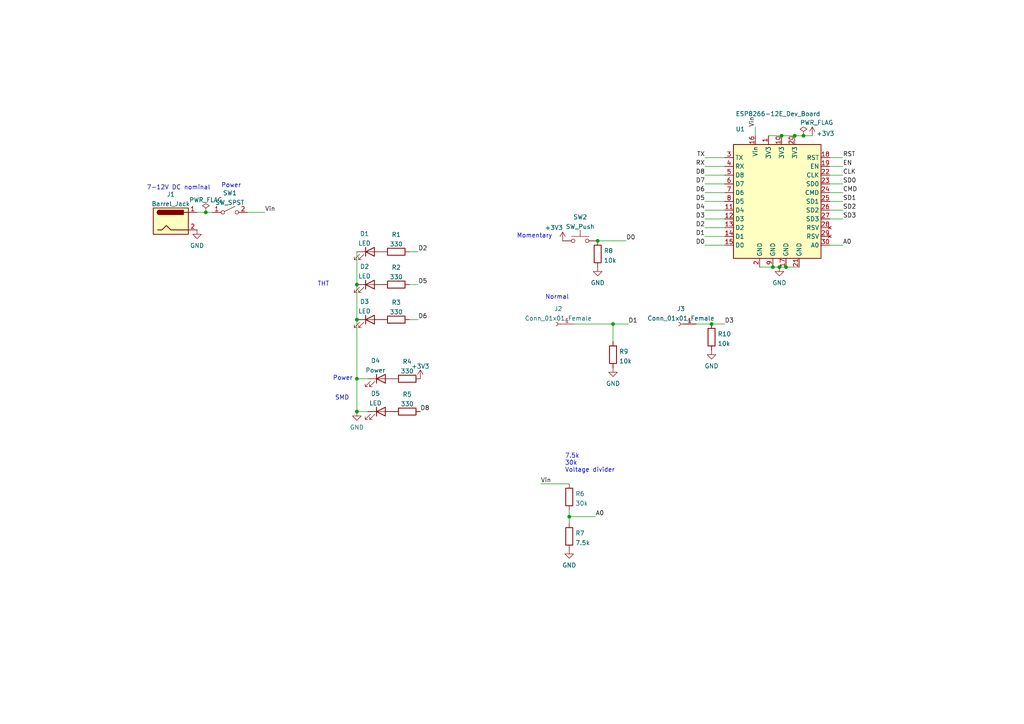
<source format=kicad_sch>
(kicad_sch (version 20211123) (generator eeschema)

  (uuid f80464a3-59a9-4f05-a1be-3468fc2680ac)

  (paper "A4")

  (lib_symbols
    (symbol "Connector:Barrel_Jack" (pin_names (offset 1.016)) (in_bom yes) (on_board yes)
      (property "Reference" "J" (id 0) (at 0 5.334 0)
        (effects (font (size 1.27 1.27)))
      )
      (property "Value" "Barrel_Jack" (id 1) (at 0 -5.08 0)
        (effects (font (size 1.27 1.27)))
      )
      (property "Footprint" "" (id 2) (at 1.27 -1.016 0)
        (effects (font (size 1.27 1.27)) hide)
      )
      (property "Datasheet" "~" (id 3) (at 1.27 -1.016 0)
        (effects (font (size 1.27 1.27)) hide)
      )
      (property "ki_keywords" "DC power barrel jack connector" (id 4) (at 0 0 0)
        (effects (font (size 1.27 1.27)) hide)
      )
      (property "ki_description" "DC Barrel Jack" (id 5) (at 0 0 0)
        (effects (font (size 1.27 1.27)) hide)
      )
      (property "ki_fp_filters" "BarrelJack*" (id 6) (at 0 0 0)
        (effects (font (size 1.27 1.27)) hide)
      )
      (symbol "Barrel_Jack_0_1"
        (rectangle (start -5.08 3.81) (end 5.08 -3.81)
          (stroke (width 0.254) (type default) (color 0 0 0 0))
          (fill (type background))
        )
        (arc (start -3.302 3.175) (mid -3.937 2.54) (end -3.302 1.905)
          (stroke (width 0.254) (type default) (color 0 0 0 0))
          (fill (type none))
        )
        (arc (start -3.302 3.175) (mid -3.937 2.54) (end -3.302 1.905)
          (stroke (width 0.254) (type default) (color 0 0 0 0))
          (fill (type outline))
        )
        (polyline
          (pts
            (xy 5.08 2.54)
            (xy 3.81 2.54)
          )
          (stroke (width 0.254) (type default) (color 0 0 0 0))
          (fill (type none))
        )
        (polyline
          (pts
            (xy -3.81 -2.54)
            (xy -2.54 -2.54)
            (xy -1.27 -1.27)
            (xy 0 -2.54)
            (xy 2.54 -2.54)
            (xy 5.08 -2.54)
          )
          (stroke (width 0.254) (type default) (color 0 0 0 0))
          (fill (type none))
        )
        (rectangle (start 3.683 3.175) (end -3.302 1.905)
          (stroke (width 0.254) (type default) (color 0 0 0 0))
          (fill (type outline))
        )
      )
      (symbol "Barrel_Jack_1_1"
        (pin passive line (at 7.62 2.54 180) (length 2.54)
          (name "~" (effects (font (size 1.27 1.27))))
          (number "1" (effects (font (size 1.27 1.27))))
        )
        (pin passive line (at 7.62 -2.54 180) (length 2.54)
          (name "~" (effects (font (size 1.27 1.27))))
          (number "2" (effects (font (size 1.27 1.27))))
        )
      )
    )
    (symbol "Connector:Conn_01x01_Female" (pin_names (offset 1.016) hide) (in_bom yes) (on_board yes)
      (property "Reference" "J" (id 0) (at 0 2.54 0)
        (effects (font (size 1.27 1.27)))
      )
      (property "Value" "Conn_01x01_Female" (id 1) (at 0 -2.54 0)
        (effects (font (size 1.27 1.27)))
      )
      (property "Footprint" "" (id 2) (at 0 0 0)
        (effects (font (size 1.27 1.27)) hide)
      )
      (property "Datasheet" "~" (id 3) (at 0 0 0)
        (effects (font (size 1.27 1.27)) hide)
      )
      (property "ki_keywords" "connector" (id 4) (at 0 0 0)
        (effects (font (size 1.27 1.27)) hide)
      )
      (property "ki_description" "Generic connector, single row, 01x01, script generated (kicad-library-utils/schlib/autogen/connector/)" (id 5) (at 0 0 0)
        (effects (font (size 1.27 1.27)) hide)
      )
      (property "ki_fp_filters" "Connector*:*" (id 6) (at 0 0 0)
        (effects (font (size 1.27 1.27)) hide)
      )
      (symbol "Conn_01x01_Female_1_1"
        (polyline
          (pts
            (xy -1.27 0)
            (xy -0.508 0)
          )
          (stroke (width 0.1524) (type default) (color 0 0 0 0))
          (fill (type none))
        )
        (arc (start 0 0.508) (mid -0.508 0) (end 0 -0.508)
          (stroke (width 0.1524) (type default) (color 0 0 0 0))
          (fill (type none))
        )
        (pin passive line (at -5.08 0 0) (length 3.81)
          (name "Pin_1" (effects (font (size 1.27 1.27))))
          (number "1" (effects (font (size 1.27 1.27))))
        )
      )
    )
    (symbol "Device:LED" (pin_numbers hide) (pin_names (offset 1.016) hide) (in_bom yes) (on_board yes)
      (property "Reference" "D" (id 0) (at 0 2.54 0)
        (effects (font (size 1.27 1.27)))
      )
      (property "Value" "LED" (id 1) (at 0 -2.54 0)
        (effects (font (size 1.27 1.27)))
      )
      (property "Footprint" "" (id 2) (at 0 0 0)
        (effects (font (size 1.27 1.27)) hide)
      )
      (property "Datasheet" "~" (id 3) (at 0 0 0)
        (effects (font (size 1.27 1.27)) hide)
      )
      (property "ki_keywords" "LED diode" (id 4) (at 0 0 0)
        (effects (font (size 1.27 1.27)) hide)
      )
      (property "ki_description" "Light emitting diode" (id 5) (at 0 0 0)
        (effects (font (size 1.27 1.27)) hide)
      )
      (property "ki_fp_filters" "LED* LED_SMD:* LED_THT:*" (id 6) (at 0 0 0)
        (effects (font (size 1.27 1.27)) hide)
      )
      (symbol "LED_0_1"
        (polyline
          (pts
            (xy -1.27 -1.27)
            (xy -1.27 1.27)
          )
          (stroke (width 0.254) (type default) (color 0 0 0 0))
          (fill (type none))
        )
        (polyline
          (pts
            (xy -1.27 0)
            (xy 1.27 0)
          )
          (stroke (width 0) (type default) (color 0 0 0 0))
          (fill (type none))
        )
        (polyline
          (pts
            (xy 1.27 -1.27)
            (xy 1.27 1.27)
            (xy -1.27 0)
            (xy 1.27 -1.27)
          )
          (stroke (width 0.254) (type default) (color 0 0 0 0))
          (fill (type none))
        )
        (polyline
          (pts
            (xy -3.048 -0.762)
            (xy -4.572 -2.286)
            (xy -3.81 -2.286)
            (xy -4.572 -2.286)
            (xy -4.572 -1.524)
          )
          (stroke (width 0) (type default) (color 0 0 0 0))
          (fill (type none))
        )
        (polyline
          (pts
            (xy -1.778 -0.762)
            (xy -3.302 -2.286)
            (xy -2.54 -2.286)
            (xy -3.302 -2.286)
            (xy -3.302 -1.524)
          )
          (stroke (width 0) (type default) (color 0 0 0 0))
          (fill (type none))
        )
      )
      (symbol "LED_1_1"
        (pin passive line (at -3.81 0 0) (length 2.54)
          (name "K" (effects (font (size 1.27 1.27))))
          (number "1" (effects (font (size 1.27 1.27))))
        )
        (pin passive line (at 3.81 0 180) (length 2.54)
          (name "A" (effects (font (size 1.27 1.27))))
          (number "2" (effects (font (size 1.27 1.27))))
        )
      )
    )
    (symbol "Device:R" (pin_numbers hide) (pin_names (offset 0)) (in_bom yes) (on_board yes)
      (property "Reference" "R" (id 0) (at 2.032 0 90)
        (effects (font (size 1.27 1.27)))
      )
      (property "Value" "R" (id 1) (at 0 0 90)
        (effects (font (size 1.27 1.27)))
      )
      (property "Footprint" "" (id 2) (at -1.778 0 90)
        (effects (font (size 1.27 1.27)) hide)
      )
      (property "Datasheet" "~" (id 3) (at 0 0 0)
        (effects (font (size 1.27 1.27)) hide)
      )
      (property "ki_keywords" "R res resistor" (id 4) (at 0 0 0)
        (effects (font (size 1.27 1.27)) hide)
      )
      (property "ki_description" "Resistor" (id 5) (at 0 0 0)
        (effects (font (size 1.27 1.27)) hide)
      )
      (property "ki_fp_filters" "R_*" (id 6) (at 0 0 0)
        (effects (font (size 1.27 1.27)) hide)
      )
      (symbol "R_0_1"
        (rectangle (start -1.016 -2.54) (end 1.016 2.54)
          (stroke (width 0.254) (type default) (color 0 0 0 0))
          (fill (type none))
        )
      )
      (symbol "R_1_1"
        (pin passive line (at 0 3.81 270) (length 1.27)
          (name "~" (effects (font (size 1.27 1.27))))
          (number "1" (effects (font (size 1.27 1.27))))
        )
        (pin passive line (at 0 -3.81 90) (length 1.27)
          (name "~" (effects (font (size 1.27 1.27))))
          (number "2" (effects (font (size 1.27 1.27))))
        )
      )
    )
    (symbol "ESP8266_12E:ESP8266-12E_Dev_Board" (in_bom yes) (on_board yes)
      (property "Reference" "U" (id 0) (at 0 0 0)
        (effects (font (size 1.27 1.27)))
      )
      (property "Value" "ESP8266-12E_Dev_Board" (id 1) (at 0 0 0)
        (effects (font (size 1.27 1.27)))
      )
      (property "Footprint" "" (id 2) (at 0 0 0)
        (effects (font (size 1.27 1.27)) hide)
      )
      (property "Datasheet" "" (id 3) (at 0 0 0)
        (effects (font (size 1.27 1.27)) hide)
      )
      (symbol "ESP8266-12E_Dev_Board_0_1"
        (rectangle (start -12.7 -13.97) (end 12.7 -46.99)
          (stroke (width 0.254) (type default) (color 0 0 0 0))
          (fill (type background))
        )
      )
      (symbol "ESP8266-12E_Dev_Board_1_1"
        (pin power_in line (at -2.54 -11.43 270) (length 2.54)
          (name "3V3" (effects (font (size 1.27 1.27))))
          (number "1" (effects (font (size 1.27 1.27))))
        )
        (pin power_in line (at 1.27 -11.43 270) (length 2.54)
          (name "3V3" (effects (font (size 1.27 1.27))))
          (number "10" (effects (font (size 1.27 1.27))))
        )
        (pin bidirectional line (at -15.24 -33.02 0) (length 2.54)
          (name "D4" (effects (font (size 1.27 1.27))))
          (number "11" (effects (font (size 1.27 1.27))))
        )
        (pin bidirectional line (at -15.24 -35.56 0) (length 2.54)
          (name "D3" (effects (font (size 1.27 1.27))))
          (number "12" (effects (font (size 1.27 1.27))))
        )
        (pin bidirectional line (at -15.24 -38.1 0) (length 2.54)
          (name "D2" (effects (font (size 1.27 1.27))))
          (number "13" (effects (font (size 1.27 1.27))))
        )
        (pin bidirectional line (at -15.24 -40.64 0) (length 2.54)
          (name "D1" (effects (font (size 1.27 1.27))))
          (number "14" (effects (font (size 1.27 1.27))))
        )
        (pin bidirectional line (at -15.24 -43.18 0) (length 2.54)
          (name "D0" (effects (font (size 1.27 1.27))))
          (number "15" (effects (font (size 1.27 1.27))))
        )
        (pin power_in line (at -6.35 -11.43 270) (length 2.54)
          (name "Vin" (effects (font (size 1.27 1.27))))
          (number "16" (effects (font (size 1.27 1.27))))
        )
        (pin power_in line (at 2.54 -49.53 90) (length 2.54)
          (name "GND" (effects (font (size 1.27 1.27))))
          (number "17" (effects (font (size 1.27 1.27))))
        )
        (pin input line (at 15.24 -17.78 180) (length 2.54)
          (name "RST" (effects (font (size 1.27 1.27))))
          (number "18" (effects (font (size 1.27 1.27))))
        )
        (pin input line (at 15.24 -20.32 180) (length 2.54)
          (name "EN" (effects (font (size 1.27 1.27))))
          (number "19" (effects (font (size 1.27 1.27))))
        )
        (pin power_in line (at -5.08 -49.53 90) (length 2.54)
          (name "GND" (effects (font (size 1.27 1.27))))
          (number "2" (effects (font (size 1.27 1.27))))
        )
        (pin power_in line (at 5.08 -11.43 270) (length 2.54)
          (name "3V3" (effects (font (size 1.27 1.27))))
          (number "20" (effects (font (size 1.27 1.27))))
        )
        (pin power_in line (at 6.35 -49.53 90) (length 2.54)
          (name "GND" (effects (font (size 1.27 1.27))))
          (number "21" (effects (font (size 1.27 1.27))))
        )
        (pin bidirectional line (at 15.24 -22.86 180) (length 2.54)
          (name "CLK" (effects (font (size 1.27 1.27))))
          (number "22" (effects (font (size 1.27 1.27))))
        )
        (pin bidirectional line (at 15.24 -25.4 180) (length 2.54)
          (name "SD0" (effects (font (size 1.27 1.27))))
          (number "23" (effects (font (size 1.27 1.27))))
        )
        (pin input line (at 15.24 -27.94 180) (length 2.54)
          (name "CMD" (effects (font (size 1.27 1.27))))
          (number "24" (effects (font (size 1.27 1.27))))
        )
        (pin bidirectional line (at 15.24 -30.48 180) (length 2.54)
          (name "SD1" (effects (font (size 1.27 1.27))))
          (number "25" (effects (font (size 1.27 1.27))))
        )
        (pin bidirectional line (at 15.24 -33.02 180) (length 2.54)
          (name "SD2" (effects (font (size 1.27 1.27))))
          (number "26" (effects (font (size 1.27 1.27))))
        )
        (pin bidirectional line (at 15.24 -35.56 180) (length 2.54)
          (name "SD3" (effects (font (size 1.27 1.27))))
          (number "27" (effects (font (size 1.27 1.27))))
        )
        (pin no_connect line (at 15.24 -38.1 180) (length 2.54)
          (name "RSV" (effects (font (size 1.27 1.27))))
          (number "28" (effects (font (size 1.27 1.27))))
        )
        (pin no_connect line (at 15.24 -40.64 180) (length 2.54)
          (name "RSV" (effects (font (size 1.27 1.27))))
          (number "29" (effects (font (size 1.27 1.27))))
        )
        (pin bidirectional line (at -15.24 -17.78 0) (length 2.54)
          (name "TX" (effects (font (size 1.27 1.27))))
          (number "3" (effects (font (size 1.27 1.27))))
        )
        (pin input line (at 15.24 -43.18 180) (length 2.54)
          (name "A0" (effects (font (size 1.27 1.27))))
          (number "30" (effects (font (size 1.27 1.27))))
        )
        (pin bidirectional line (at -15.24 -20.32 0) (length 2.54)
          (name "RX" (effects (font (size 1.27 1.27))))
          (number "4" (effects (font (size 1.27 1.27))))
        )
        (pin bidirectional line (at -15.24 -22.86 0) (length 2.54)
          (name "D8" (effects (font (size 1.27 1.27))))
          (number "5" (effects (font (size 1.27 1.27))))
        )
        (pin bidirectional line (at -15.24 -25.4 0) (length 2.54)
          (name "D7" (effects (font (size 1.27 1.27))))
          (number "6" (effects (font (size 1.27 1.27))))
        )
        (pin bidirectional line (at -15.24 -27.94 0) (length 2.54)
          (name "D6" (effects (font (size 1.27 1.27))))
          (number "7" (effects (font (size 1.27 1.27))))
        )
        (pin bidirectional line (at -15.24 -30.48 0) (length 2.54)
          (name "D5" (effects (font (size 1.27 1.27))))
          (number "8" (effects (font (size 1.27 1.27))))
        )
        (pin power_in line (at -1.27 -49.53 90) (length 2.54)
          (name "GND" (effects (font (size 1.27 1.27))))
          (number "9" (effects (font (size 1.27 1.27))))
        )
      )
    )
    (symbol "Switch:SW_Push" (pin_numbers hide) (pin_names (offset 1.016) hide) (in_bom yes) (on_board yes)
      (property "Reference" "SW" (id 0) (at 1.27 2.54 0)
        (effects (font (size 1.27 1.27)) (justify left))
      )
      (property "Value" "SW_Push" (id 1) (at 0 -1.524 0)
        (effects (font (size 1.27 1.27)))
      )
      (property "Footprint" "" (id 2) (at 0 5.08 0)
        (effects (font (size 1.27 1.27)) hide)
      )
      (property "Datasheet" "~" (id 3) (at 0 5.08 0)
        (effects (font (size 1.27 1.27)) hide)
      )
      (property "ki_keywords" "switch normally-open pushbutton push-button" (id 4) (at 0 0 0)
        (effects (font (size 1.27 1.27)) hide)
      )
      (property "ki_description" "Push button switch, generic, two pins" (id 5) (at 0 0 0)
        (effects (font (size 1.27 1.27)) hide)
      )
      (symbol "SW_Push_0_1"
        (circle (center -2.032 0) (radius 0.508)
          (stroke (width 0) (type default) (color 0 0 0 0))
          (fill (type none))
        )
        (polyline
          (pts
            (xy 0 1.27)
            (xy 0 3.048)
          )
          (stroke (width 0) (type default) (color 0 0 0 0))
          (fill (type none))
        )
        (polyline
          (pts
            (xy 2.54 1.27)
            (xy -2.54 1.27)
          )
          (stroke (width 0) (type default) (color 0 0 0 0))
          (fill (type none))
        )
        (circle (center 2.032 0) (radius 0.508)
          (stroke (width 0) (type default) (color 0 0 0 0))
          (fill (type none))
        )
        (pin passive line (at -5.08 0 0) (length 2.54)
          (name "1" (effects (font (size 1.27 1.27))))
          (number "1" (effects (font (size 1.27 1.27))))
        )
        (pin passive line (at 5.08 0 180) (length 2.54)
          (name "2" (effects (font (size 1.27 1.27))))
          (number "2" (effects (font (size 1.27 1.27))))
        )
      )
    )
    (symbol "Switch:SW_SPST" (pin_names (offset 0) hide) (in_bom yes) (on_board yes)
      (property "Reference" "SW" (id 0) (at 0 3.175 0)
        (effects (font (size 1.27 1.27)))
      )
      (property "Value" "SW_SPST" (id 1) (at 0 -2.54 0)
        (effects (font (size 1.27 1.27)))
      )
      (property "Footprint" "" (id 2) (at 0 0 0)
        (effects (font (size 1.27 1.27)) hide)
      )
      (property "Datasheet" "~" (id 3) (at 0 0 0)
        (effects (font (size 1.27 1.27)) hide)
      )
      (property "ki_keywords" "switch lever" (id 4) (at 0 0 0)
        (effects (font (size 1.27 1.27)) hide)
      )
      (property "ki_description" "Single Pole Single Throw (SPST) switch" (id 5) (at 0 0 0)
        (effects (font (size 1.27 1.27)) hide)
      )
      (symbol "SW_SPST_0_0"
        (circle (center -2.032 0) (radius 0.508)
          (stroke (width 0) (type default) (color 0 0 0 0))
          (fill (type none))
        )
        (polyline
          (pts
            (xy -1.524 0.254)
            (xy 1.524 1.778)
          )
          (stroke (width 0) (type default) (color 0 0 0 0))
          (fill (type none))
        )
        (circle (center 2.032 0) (radius 0.508)
          (stroke (width 0) (type default) (color 0 0 0 0))
          (fill (type none))
        )
      )
      (symbol "SW_SPST_1_1"
        (pin passive line (at -5.08 0 0) (length 2.54)
          (name "A" (effects (font (size 1.27 1.27))))
          (number "1" (effects (font (size 1.27 1.27))))
        )
        (pin passive line (at 5.08 0 180) (length 2.54)
          (name "B" (effects (font (size 1.27 1.27))))
          (number "2" (effects (font (size 1.27 1.27))))
        )
      )
    )
    (symbol "power:+3.3V" (power) (pin_names (offset 0)) (in_bom yes) (on_board yes)
      (property "Reference" "#PWR" (id 0) (at 0 -3.81 0)
        (effects (font (size 1.27 1.27)) hide)
      )
      (property "Value" "+3.3V" (id 1) (at 0 3.556 0)
        (effects (font (size 1.27 1.27)))
      )
      (property "Footprint" "" (id 2) (at 0 0 0)
        (effects (font (size 1.27 1.27)) hide)
      )
      (property "Datasheet" "" (id 3) (at 0 0 0)
        (effects (font (size 1.27 1.27)) hide)
      )
      (property "ki_keywords" "power-flag" (id 4) (at 0 0 0)
        (effects (font (size 1.27 1.27)) hide)
      )
      (property "ki_description" "Power symbol creates a global label with name \"+3.3V\"" (id 5) (at 0 0 0)
        (effects (font (size 1.27 1.27)) hide)
      )
      (symbol "+3.3V_0_1"
        (polyline
          (pts
            (xy -0.762 1.27)
            (xy 0 2.54)
          )
          (stroke (width 0) (type default) (color 0 0 0 0))
          (fill (type none))
        )
        (polyline
          (pts
            (xy 0 0)
            (xy 0 2.54)
          )
          (stroke (width 0) (type default) (color 0 0 0 0))
          (fill (type none))
        )
        (polyline
          (pts
            (xy 0 2.54)
            (xy 0.762 1.27)
          )
          (stroke (width 0) (type default) (color 0 0 0 0))
          (fill (type none))
        )
      )
      (symbol "+3.3V_1_1"
        (pin power_in line (at 0 0 90) (length 0) hide
          (name "+3V3" (effects (font (size 1.27 1.27))))
          (number "1" (effects (font (size 1.27 1.27))))
        )
      )
    )
    (symbol "power:GND" (power) (pin_names (offset 0)) (in_bom yes) (on_board yes)
      (property "Reference" "#PWR" (id 0) (at 0 -6.35 0)
        (effects (font (size 1.27 1.27)) hide)
      )
      (property "Value" "GND" (id 1) (at 0 -3.81 0)
        (effects (font (size 1.27 1.27)))
      )
      (property "Footprint" "" (id 2) (at 0 0 0)
        (effects (font (size 1.27 1.27)) hide)
      )
      (property "Datasheet" "" (id 3) (at 0 0 0)
        (effects (font (size 1.27 1.27)) hide)
      )
      (property "ki_keywords" "power-flag" (id 4) (at 0 0 0)
        (effects (font (size 1.27 1.27)) hide)
      )
      (property "ki_description" "Power symbol creates a global label with name \"GND\" , ground" (id 5) (at 0 0 0)
        (effects (font (size 1.27 1.27)) hide)
      )
      (symbol "GND_0_1"
        (polyline
          (pts
            (xy 0 0)
            (xy 0 -1.27)
            (xy 1.27 -1.27)
            (xy 0 -2.54)
            (xy -1.27 -1.27)
            (xy 0 -1.27)
          )
          (stroke (width 0) (type default) (color 0 0 0 0))
          (fill (type none))
        )
      )
      (symbol "GND_1_1"
        (pin power_in line (at 0 0 270) (length 0) hide
          (name "GND" (effects (font (size 1.27 1.27))))
          (number "1" (effects (font (size 1.27 1.27))))
        )
      )
    )
    (symbol "power:PWR_FLAG" (power) (pin_numbers hide) (pin_names (offset 0) hide) (in_bom yes) (on_board yes)
      (property "Reference" "#FLG" (id 0) (at 0 1.905 0)
        (effects (font (size 1.27 1.27)) hide)
      )
      (property "Value" "PWR_FLAG" (id 1) (at 0 3.81 0)
        (effects (font (size 1.27 1.27)))
      )
      (property "Footprint" "" (id 2) (at 0 0 0)
        (effects (font (size 1.27 1.27)) hide)
      )
      (property "Datasheet" "~" (id 3) (at 0 0 0)
        (effects (font (size 1.27 1.27)) hide)
      )
      (property "ki_keywords" "power-flag" (id 4) (at 0 0 0)
        (effects (font (size 1.27 1.27)) hide)
      )
      (property "ki_description" "Special symbol for telling ERC where power comes from" (id 5) (at 0 0 0)
        (effects (font (size 1.27 1.27)) hide)
      )
      (symbol "PWR_FLAG_0_0"
        (pin power_out line (at 0 0 90) (length 0)
          (name "pwr" (effects (font (size 1.27 1.27))))
          (number "1" (effects (font (size 1.27 1.27))))
        )
      )
      (symbol "PWR_FLAG_0_1"
        (polyline
          (pts
            (xy 0 0)
            (xy 0 1.27)
            (xy -1.016 1.905)
            (xy 0 2.54)
            (xy 1.016 1.905)
            (xy 0 1.27)
          )
          (stroke (width 0) (type default) (color 0 0 0 0))
          (fill (type none))
        )
      )
    )
  )

  (junction (at 103.505 119.38) (diameter 0) (color 0 0 0 0)
    (uuid 07b2169a-f9a4-4d32-ad18-bd2dc3145994)
  )
  (junction (at 227.965 77.47) (diameter 0) (color 0 0 0 0)
    (uuid 0aa58e2a-e99a-4120-bbca-fe22878c4857)
  )
  (junction (at 177.8 93.98) (diameter 0) (color 0 0 0 0)
    (uuid 0be1b438-bad2-491e-ab90-a0a2f0608394)
  )
  (junction (at 233.045 39.37) (diameter 0) (color 0 0 0 0)
    (uuid 1d0dd011-4999-4e10-bbcf-4ac5ec568d72)
  )
  (junction (at 173.355 69.85) (diameter 0) (color 0 0 0 0)
    (uuid 40b107c9-4e13-4bd0-829c-36f85428362b)
  )
  (junction (at 230.505 39.37) (diameter 0) (color 0 0 0 0)
    (uuid 42a00432-a0bb-41f0-8b71-e89ba6d69ba8)
  )
  (junction (at 103.505 109.855) (diameter 0) (color 0 0 0 0)
    (uuid 6d622e6b-08bf-4980-b159-8f1757f68aa3)
  )
  (junction (at 59.69 61.595) (diameter 0) (color 0 0 0 0)
    (uuid 71198682-e5e9-460e-9e80-e57edde27354)
  )
  (junction (at 226.06 77.47) (diameter 0) (color 0 0 0 0)
    (uuid 7c263cc1-d47a-469a-a83f-016e845f0e64)
  )
  (junction (at 103.505 92.71) (diameter 0) (color 0 0 0 0)
    (uuid 807cf31e-7987-491f-89ba-a3fdc4ff5200)
  )
  (junction (at 206.375 93.98) (diameter 0) (color 0 0 0 0)
    (uuid 9359c2bf-d035-490f-8d48-fbacf81d68b4)
  )
  (junction (at 224.155 77.47) (diameter 0) (color 0 0 0 0)
    (uuid c5b7ab50-64f5-4056-9a79-90d4a6226c83)
  )
  (junction (at 103.505 82.55) (diameter 0) (color 0 0 0 0)
    (uuid dbdbb5ed-4f9e-4135-b37f-a87b6e30ec3b)
  )
  (junction (at 165.1 149.86) (diameter 0) (color 0 0 0 0)
    (uuid f83246b1-e75d-4940-b4bd-625016bfb4a1)
  )
  (junction (at 226.695 39.37) (diameter 0) (color 0 0 0 0)
    (uuid fd816621-0924-4618-a3ba-afe32bb2627c)
  )

  (wire (pts (xy 204.47 58.42) (xy 210.185 58.42))
    (stroke (width 0) (type default) (color 0 0 0 0))
    (uuid 00f7886d-f68d-456e-bc2f-0af1cf1ad72d)
  )
  (wire (pts (xy 240.665 55.88) (xy 244.475 55.88))
    (stroke (width 0) (type default) (color 0 0 0 0))
    (uuid 04becdb0-54aa-4228-a8a5-c65699bea7c5)
  )
  (wire (pts (xy 204.47 71.12) (xy 210.185 71.12))
    (stroke (width 0) (type default) (color 0 0 0 0))
    (uuid 09830581-8155-471b-905e-fd6779b7e717)
  )
  (wire (pts (xy 165.1 149.86) (xy 172.72 149.86))
    (stroke (width 0) (type default) (color 0 0 0 0))
    (uuid 09a62f63-d599-4cf1-924e-2fef5474b281)
  )
  (wire (pts (xy 240.665 50.8) (xy 244.475 50.8))
    (stroke (width 0) (type default) (color 0 0 0 0))
    (uuid 0fc01474-3f68-4850-9717-316b71325414)
  )
  (wire (pts (xy 240.665 53.34) (xy 244.475 53.34))
    (stroke (width 0) (type default) (color 0 0 0 0))
    (uuid 10f7c188-3407-4b9e-ad61-4ba371b8d483)
  )
  (wire (pts (xy 204.47 68.58) (xy 210.185 68.58))
    (stroke (width 0) (type default) (color 0 0 0 0))
    (uuid 24264470-438c-4989-b7a2-f9d5ebe44797)
  )
  (wire (pts (xy 103.505 73.025) (xy 103.505 82.55))
    (stroke (width 0) (type default) (color 0 0 0 0))
    (uuid 24a23519-d4e9-4ebb-974b-d935a862e5a3)
  )
  (wire (pts (xy 204.47 53.34) (xy 210.185 53.34))
    (stroke (width 0) (type default) (color 0 0 0 0))
    (uuid 24d12721-9541-431c-b7db-cfd1b1ec8dfc)
  )
  (wire (pts (xy 240.665 63.5) (xy 244.475 63.5))
    (stroke (width 0) (type default) (color 0 0 0 0))
    (uuid 2c5e7ee2-2712-4183-b585-347498e97386)
  )
  (wire (pts (xy 204.47 66.04) (xy 210.185 66.04))
    (stroke (width 0) (type default) (color 0 0 0 0))
    (uuid 317aa8a9-7c6f-4550-9a87-8431aab443ab)
  )
  (wire (pts (xy 227.965 77.47) (xy 231.775 77.47))
    (stroke (width 0) (type default) (color 0 0 0 0))
    (uuid 3237d3ef-dd1c-4198-8475-a54ebf970540)
  )
  (wire (pts (xy 165.1 149.86) (xy 165.1 151.765))
    (stroke (width 0) (type default) (color 0 0 0 0))
    (uuid 41f7760b-d828-4783-a5b2-e27ca188b00e)
  )
  (wire (pts (xy 106.68 109.855) (xy 103.505 109.855))
    (stroke (width 0) (type default) (color 0 0 0 0))
    (uuid 42e68e90-0b90-431a-a78f-907aa60beacc)
  )
  (wire (pts (xy 204.47 50.8) (xy 210.185 50.8))
    (stroke (width 0) (type default) (color 0 0 0 0))
    (uuid 47a5cfbc-fd76-451e-b0f5-c030c262bf67)
  )
  (wire (pts (xy 57.15 61.595) (xy 59.69 61.595))
    (stroke (width 0) (type default) (color 0 0 0 0))
    (uuid 48e51868-fd20-4d1c-b67e-a8893c587944)
  )
  (wire (pts (xy 118.745 73.025) (xy 121.285 73.025))
    (stroke (width 0) (type default) (color 0 0 0 0))
    (uuid 4c7ccd9e-c134-4a92-bcab-d788c93310da)
  )
  (wire (pts (xy 103.505 92.71) (xy 103.505 109.855))
    (stroke (width 0) (type default) (color 0 0 0 0))
    (uuid 508a5720-0aa7-4583-a88a-cd5cf6191e54)
  )
  (wire (pts (xy 204.47 63.5) (xy 210.185 63.5))
    (stroke (width 0) (type default) (color 0 0 0 0))
    (uuid 58d617d0-94a3-4c73-b40f-8af9be76c127)
  )
  (wire (pts (xy 173.355 69.85) (xy 181.61 69.85))
    (stroke (width 0) (type default) (color 0 0 0 0))
    (uuid 5bfe2774-38c3-41f1-83bc-6906f6b70763)
  )
  (wire (pts (xy 59.69 61.595) (xy 61.595 61.595))
    (stroke (width 0) (type default) (color 0 0 0 0))
    (uuid 623439f2-65d1-457f-bcd5-7f9c2579d610)
  )
  (wire (pts (xy 118.745 92.71) (xy 121.285 92.71))
    (stroke (width 0) (type default) (color 0 0 0 0))
    (uuid 722a2c86-72e3-4a14-aaa8-c9470cf68462)
  )
  (wire (pts (xy 71.755 61.595) (xy 76.835 61.595))
    (stroke (width 0) (type default) (color 0 0 0 0))
    (uuid 766b2b70-5e23-4221-95df-aca6e9449f5a)
  )
  (wire (pts (xy 240.665 45.72) (xy 244.475 45.72))
    (stroke (width 0) (type default) (color 0 0 0 0))
    (uuid 791bc919-869f-4f0f-b335-419f4c7aa246)
  )
  (wire (pts (xy 156.845 140.335) (xy 165.1 140.335))
    (stroke (width 0) (type default) (color 0 0 0 0))
    (uuid 7aee02ac-5892-4b0e-8a47-c643f7870bf7)
  )
  (wire (pts (xy 224.155 77.47) (xy 226.06 77.47))
    (stroke (width 0) (type default) (color 0 0 0 0))
    (uuid 835496b2-102a-47f1-a9d6-144e52964aa7)
  )
  (wire (pts (xy 222.885 39.37) (xy 226.695 39.37))
    (stroke (width 0) (type default) (color 0 0 0 0))
    (uuid 8779273b-67b7-4a46-8e66-3df152c41570)
  )
  (wire (pts (xy 226.06 77.47) (xy 227.965 77.47))
    (stroke (width 0) (type default) (color 0 0 0 0))
    (uuid 88fab144-bbd1-447b-8c50-494b1f9bf6e1)
  )
  (wire (pts (xy 240.665 48.26) (xy 244.475 48.26))
    (stroke (width 0) (type default) (color 0 0 0 0))
    (uuid 8e8f5ebf-71c9-462e-be57-03f7e611c489)
  )
  (wire (pts (xy 204.47 45.72) (xy 210.185 45.72))
    (stroke (width 0) (type default) (color 0 0 0 0))
    (uuid 919f39d7-d793-4b3b-a0fd-5f7de6404bd2)
  )
  (wire (pts (xy 204.47 60.96) (xy 210.185 60.96))
    (stroke (width 0) (type default) (color 0 0 0 0))
    (uuid 91d50bf8-ca6f-40ed-a4ae-d169b27714a0)
  )
  (wire (pts (xy 118.745 82.55) (xy 121.285 82.55))
    (stroke (width 0) (type default) (color 0 0 0 0))
    (uuid 9d0a935e-5110-47a5-905d-9c7700ff0731)
  )
  (wire (pts (xy 177.8 93.98) (xy 177.8 99.06))
    (stroke (width 0) (type default) (color 0 0 0 0))
    (uuid a0b0d31d-c864-4e87-8f81-dc6e5346de59)
  )
  (wire (pts (xy 240.665 58.42) (xy 244.475 58.42))
    (stroke (width 0) (type default) (color 0 0 0 0))
    (uuid a17063d0-ed46-4201-b82d-428c67678be8)
  )
  (wire (pts (xy 206.375 93.98) (xy 210.185 93.98))
    (stroke (width 0) (type default) (color 0 0 0 0))
    (uuid a6851cf9-9f90-4272-958d-15634c5a0f79)
  )
  (wire (pts (xy 204.47 48.26) (xy 210.185 48.26))
    (stroke (width 0) (type default) (color 0 0 0 0))
    (uuid ad5158cb-9d7f-4b9f-9262-f55265fb976b)
  )
  (wire (pts (xy 219.075 36.83) (xy 219.075 39.37))
    (stroke (width 0) (type default) (color 0 0 0 0))
    (uuid add597be-4e98-4c37-a401-f0495a2ed8ae)
  )
  (wire (pts (xy 177.8 93.98) (xy 182.245 93.98))
    (stroke (width 0) (type default) (color 0 0 0 0))
    (uuid b74ec3d7-4703-4daf-a49d-37cc8ba530f1)
  )
  (wire (pts (xy 240.665 71.12) (xy 244.475 71.12))
    (stroke (width 0) (type default) (color 0 0 0 0))
    (uuid d446b7c4-4642-49d6-90f9-21e1036766ae)
  )
  (wire (pts (xy 103.505 109.855) (xy 103.505 119.38))
    (stroke (width 0) (type default) (color 0 0 0 0))
    (uuid d4ea806b-4de9-4860-9a90-cd6a6ca07806)
  )
  (wire (pts (xy 166.37 93.98) (xy 177.8 93.98))
    (stroke (width 0) (type default) (color 0 0 0 0))
    (uuid d57b6718-67d4-4dad-962a-0581023676c1)
  )
  (wire (pts (xy 220.345 77.47) (xy 224.155 77.47))
    (stroke (width 0) (type default) (color 0 0 0 0))
    (uuid d6012e93-5e12-40f5-90b3-6ea7f8384c2e)
  )
  (wire (pts (xy 204.47 55.88) (xy 210.185 55.88))
    (stroke (width 0) (type default) (color 0 0 0 0))
    (uuid d9c62956-57ce-4611-bbe9-1b887ea02b36)
  )
  (wire (pts (xy 165.1 147.955) (xy 165.1 149.86))
    (stroke (width 0) (type default) (color 0 0 0 0))
    (uuid e68174b3-b4cf-4657-960b-29099cfedaf3)
  )
  (wire (pts (xy 201.93 93.98) (xy 206.375 93.98))
    (stroke (width 0) (type default) (color 0 0 0 0))
    (uuid e6e7ced1-1e07-48b6-9524-6495a297c787)
  )
  (wire (pts (xy 230.505 39.37) (xy 233.045 39.37))
    (stroke (width 0) (type default) (color 0 0 0 0))
    (uuid e72d48f9-1357-49c1-9da0-f994b19a2729)
  )
  (wire (pts (xy 226.695 39.37) (xy 230.505 39.37))
    (stroke (width 0) (type default) (color 0 0 0 0))
    (uuid ec9f868e-05bf-47db-b06c-ad7808bc91f0)
  )
  (wire (pts (xy 233.045 39.37) (xy 235.585 39.37))
    (stroke (width 0) (type default) (color 0 0 0 0))
    (uuid f5a71fa9-e4d6-4ba5-9e60-1e546211d93a)
  )
  (wire (pts (xy 106.68 119.38) (xy 103.505 119.38))
    (stroke (width 0) (type default) (color 0 0 0 0))
    (uuid f5b0513c-c9af-4bb4-b1a7-c4f80175e14f)
  )
  (wire (pts (xy 103.505 82.55) (xy 103.505 92.71))
    (stroke (width 0) (type default) (color 0 0 0 0))
    (uuid fbc59142-c0a8-4cf6-ad16-f4bdffd62c8d)
  )
  (wire (pts (xy 240.665 60.96) (xy 244.475 60.96))
    (stroke (width 0) (type default) (color 0 0 0 0))
    (uuid fe5a58f4-c2dd-43a1-a5da-38835f1410e0)
  )

  (text "7.5k\n30k\nVoltage divider" (at 163.83 137.16 0)
    (effects (font (size 1.27 1.27)) (justify left bottom))
    (uuid 1fb06e68-0510-4319-bb79-8bb83150216d)
  )
  (text "Power" (at 96.52 110.49 0)
    (effects (font (size 1.27 1.27)) (justify left bottom))
    (uuid 224e80b9-8c5f-4465-896d-86bb83adbbbb)
  )
  (text "THT" (at 92.075 83.185 0)
    (effects (font (size 1.27 1.27)) (justify left bottom))
    (uuid 5c20846d-35ad-4d75-a313-318e8b0c41a6)
  )
  (text "Normal" (at 158.115 86.995 0)
    (effects (font (size 1.27 1.27)) (justify left bottom))
    (uuid 9eda9c07-0803-482f-8ffe-6bb581561510)
  )
  (text "Power" (at 64.135 54.61 0)
    (effects (font (size 1.27 1.27)) (justify left bottom))
    (uuid b57c79b3-6f27-42e7-a4da-1692ce81fef1)
  )
  (text "SMD" (at 97.155 116.205 0)
    (effects (font (size 1.27 1.27)) (justify left bottom))
    (uuid c2072e78-d4f9-4cee-88c2-e11ae8b11aa5)
  )
  (text "7-12V DC nominal" (at 42.545 55.245 0)
    (effects (font (size 1.27 1.27)) (justify left bottom))
    (uuid d4f0456d-0bba-4c6c-9cdf-d7abbe311575)
  )
  (text "Momentary" (at 149.86 69.215 0)
    (effects (font (size 1.27 1.27)) (justify left bottom))
    (uuid f6187d70-0506-41ad-8827-836cc51cead8)
  )

  (label "Vin" (at 219.075 36.83 90)
    (effects (font (size 1.27 1.27)) (justify left bottom))
    (uuid 08819fd4-4d17-4afc-bdec-9a8e845fa9c3)
  )
  (label "D5" (at 204.47 58.42 180)
    (effects (font (size 1.27 1.27)) (justify right bottom))
    (uuid 11b0e568-2925-4778-9c81-c4f9710b6b61)
  )
  (label "D1" (at 204.47 68.58 180)
    (effects (font (size 1.27 1.27)) (justify right bottom))
    (uuid 126d9e22-e9ac-49be-9a30-e3f74de1de9b)
  )
  (label "SD0" (at 244.475 53.34 0)
    (effects (font (size 1.27 1.27)) (justify left bottom))
    (uuid 161293ba-b08d-4e5d-b9f0-59e274983b7f)
  )
  (label "D3" (at 204.47 63.5 180)
    (effects (font (size 1.27 1.27)) (justify right bottom))
    (uuid 1b192425-202a-4608-86fa-0818d6088001)
  )
  (label "D2" (at 204.47 66.04 180)
    (effects (font (size 1.27 1.27)) (justify right bottom))
    (uuid 27616fe1-5f50-467e-ab93-871a4714f0e6)
  )
  (label "Vin" (at 156.845 140.335 0)
    (effects (font (size 1.27 1.27)) (justify left bottom))
    (uuid 3497758f-78ad-4493-a6d3-ff6d7c025160)
  )
  (label "CMD" (at 244.475 55.88 0)
    (effects (font (size 1.27 1.27)) (justify left bottom))
    (uuid 4568f8be-8cc9-44ab-8b17-ddb2e4bea567)
  )
  (label "D2" (at 121.285 73.025 0)
    (effects (font (size 1.27 1.27)) (justify left bottom))
    (uuid 495e9618-bdb1-4456-b5d3-079c0f5c937d)
  )
  (label "RST" (at 244.475 45.72 0)
    (effects (font (size 1.27 1.27)) (justify left bottom))
    (uuid 608fe272-0a99-416f-831b-01b3985fa0a3)
  )
  (label "D0" (at 204.47 71.12 180)
    (effects (font (size 1.27 1.27)) (justify right bottom))
    (uuid 6409f46a-e929-461c-8471-06a081cdfc80)
  )
  (label "SD3" (at 244.475 63.5 0)
    (effects (font (size 1.27 1.27)) (justify left bottom))
    (uuid 67b0c774-5412-42d0-a654-271bd7e8ae98)
  )
  (label "TX" (at 204.47 45.72 180)
    (effects (font (size 1.27 1.27)) (justify right bottom))
    (uuid 700fd34d-fab4-492d-ac13-894d78c5afe7)
  )
  (label "D3" (at 210.185 93.98 0)
    (effects (font (size 1.27 1.27)) (justify left bottom))
    (uuid 70ff1b3a-87f3-4e20-930e-1373283727f4)
  )
  (label "CLK" (at 244.475 50.8 0)
    (effects (font (size 1.27 1.27)) (justify left bottom))
    (uuid 72b8fae3-77a5-452c-8eba-c2e8281976b2)
  )
  (label "RX" (at 204.47 48.26 180)
    (effects (font (size 1.27 1.27)) (justify right bottom))
    (uuid 772f1b3a-8155-4841-a045-991f507ce9f7)
  )
  (label "EN" (at 244.475 48.26 0)
    (effects (font (size 1.27 1.27)) (justify left bottom))
    (uuid 87d24288-23b6-46ab-87f1-d9fdf0acf57b)
  )
  (label "SD1" (at 244.475 58.42 0)
    (effects (font (size 1.27 1.27)) (justify left bottom))
    (uuid 8a9f6bac-c278-413d-bc73-120ec80ae2e8)
  )
  (label "D6" (at 121.285 92.71 0)
    (effects (font (size 1.27 1.27)) (justify left bottom))
    (uuid a3e09290-6927-4032-8f6f-3619f54afb80)
  )
  (label "D4" (at 204.47 60.96 180)
    (effects (font (size 1.27 1.27)) (justify right bottom))
    (uuid af752670-e0c6-4d22-9cdd-71f5ff500de8)
  )
  (label "D1" (at 182.245 93.98 0)
    (effects (font (size 1.27 1.27)) (justify left bottom))
    (uuid b22739c3-37d3-4cb3-92fd-a5c5264a9b2a)
  )
  (label "D8" (at 121.92 119.38 0)
    (effects (font (size 1.27 1.27)) (justify left bottom))
    (uuid b2d73dfb-430b-4cc7-99a5-5d8d87deeafc)
  )
  (label "Vin" (at 76.835 61.595 0)
    (effects (font (size 1.27 1.27)) (justify left bottom))
    (uuid c466de6e-945c-43d7-89d5-b55d79e57cbb)
  )
  (label "D5" (at 121.285 82.55 0)
    (effects (font (size 1.27 1.27)) (justify left bottom))
    (uuid cb2f9f2c-b6c0-4671-9be0-91f45c3f2088)
  )
  (label "D7" (at 204.47 53.34 180)
    (effects (font (size 1.27 1.27)) (justify right bottom))
    (uuid d5794960-81c7-4a4b-8d68-9562f26ca3c6)
  )
  (label "D6" (at 204.47 55.88 180)
    (effects (font (size 1.27 1.27)) (justify right bottom))
    (uuid d64509c9-0546-48b5-9525-56a0596df47b)
  )
  (label "A0" (at 244.475 71.12 0)
    (effects (font (size 1.27 1.27)) (justify left bottom))
    (uuid d6b265b6-c165-4b31-82de-61f5ad163150)
  )
  (label "A0" (at 172.72 149.86 0)
    (effects (font (size 1.27 1.27)) (justify left bottom))
    (uuid d98e924c-83a8-484e-acbd-580a46723b68)
  )
  (label "SD2" (at 244.475 60.96 0)
    (effects (font (size 1.27 1.27)) (justify left bottom))
    (uuid ef17e5d3-0a37-4f4b-aa14-6245daffcc4a)
  )
  (label "D8" (at 204.47 50.8 180)
    (effects (font (size 1.27 1.27)) (justify right bottom))
    (uuid f01c821c-6d65-4523-a0e5-86dc9b27eeb1)
  )
  (label "D0" (at 181.61 69.85 0)
    (effects (font (size 1.27 1.27)) (justify left bottom))
    (uuid fcdf7e16-741a-4bd8-9c09-cc3e71a2e207)
  )

  (symbol (lib_id "power:PWR_FLAG") (at 233.045 39.37 0) (unit 1)
    (in_bom yes) (on_board yes)
    (uuid 0880a0cd-4c54-4669-9ea2-660a67cff55c)
    (property "Reference" "#FLG0102" (id 0) (at 233.045 37.465 0)
      (effects (font (size 1.27 1.27)) hide)
    )
    (property "Value" "PWR_FLAG" (id 1) (at 236.855 35.56 0))
    (property "Footprint" "" (id 2) (at 233.045 39.37 0)
      (effects (font (size 1.27 1.27)) hide)
    )
    (property "Datasheet" "~" (id 3) (at 233.045 39.37 0)
      (effects (font (size 1.27 1.27)) hide)
    )
    (pin "1" (uuid fb34c985-af1d-40a4-ba97-7a8cc9e1180c))
  )

  (symbol (lib_id "Device:LED") (at 110.49 109.855 0) (unit 1)
    (in_bom yes) (on_board yes) (fields_autoplaced)
    (uuid 1496d3a3-9b93-4031-ba0c-90af6b3011f2)
    (property "Reference" "D4" (id 0) (at 108.9025 104.6185 0))
    (property "Value" "Power" (id 1) (at 108.9025 107.3936 0))
    (property "Footprint" "LED_SMD:LED_0805_2012Metric" (id 2) (at 110.49 109.855 0)
      (effects (font (size 1.27 1.27)) hide)
    )
    (property "Datasheet" "~" (id 3) (at 110.49 109.855 0)
      (effects (font (size 1.27 1.27)) hide)
    )
    (pin "1" (uuid 7626e141-cee7-45f1-b4f2-621ae710324e))
    (pin "2" (uuid 4a41374a-bead-47c8-98e8-f599678cad39))
  )

  (symbol (lib_id "power:GND") (at 226.06 77.47 0) (unit 1)
    (in_bom yes) (on_board yes) (fields_autoplaced)
    (uuid 16a595e7-d89a-4ea8-a3f3-a4366f21389e)
    (property "Reference" "#PWR0109" (id 0) (at 226.06 83.82 0)
      (effects (font (size 1.27 1.27)) hide)
    )
    (property "Value" "GND" (id 1) (at 226.06 82.0325 0))
    (property "Footprint" "" (id 2) (at 226.06 77.47 0)
      (effects (font (size 1.27 1.27)) hide)
    )
    (property "Datasheet" "" (id 3) (at 226.06 77.47 0)
      (effects (font (size 1.27 1.27)) hide)
    )
    (pin "1" (uuid 304f86a5-c022-4e7b-b567-edd64c610ba6))
  )

  (symbol (lib_id "Device:R") (at 173.355 73.66 180) (unit 1)
    (in_bom yes) (on_board yes) (fields_autoplaced)
    (uuid 2520aaf4-7ccd-47ca-9626-24706a14035e)
    (property "Reference" "R8" (id 0) (at 175.133 72.7515 0)
      (effects (font (size 1.27 1.27)) (justify right))
    )
    (property "Value" "10k" (id 1) (at 175.133 75.5266 0)
      (effects (font (size 1.27 1.27)) (justify right))
    )
    (property "Footprint" "Resistor_SMD:R_0805_2012Metric" (id 2) (at 175.133 73.66 90)
      (effects (font (size 1.27 1.27)) hide)
    )
    (property "Datasheet" "~" (id 3) (at 173.355 73.66 0)
      (effects (font (size 1.27 1.27)) hide)
    )
    (pin "1" (uuid ff1db793-7511-46c3-9892-b45166340881))
    (pin "2" (uuid 63b4cda9-5008-4228-bbe3-2dcf9c29947a))
  )

  (symbol (lib_id "Device:R") (at 206.375 97.79 180) (unit 1)
    (in_bom yes) (on_board yes) (fields_autoplaced)
    (uuid 29613d00-b648-477e-8ad1-d8d66244cc20)
    (property "Reference" "R10" (id 0) (at 208.153 96.8815 0)
      (effects (font (size 1.27 1.27)) (justify right))
    )
    (property "Value" "10k" (id 1) (at 208.153 99.6566 0)
      (effects (font (size 1.27 1.27)) (justify right))
    )
    (property "Footprint" "Resistor_SMD:R_0805_2012Metric" (id 2) (at 208.153 97.79 90)
      (effects (font (size 1.27 1.27)) hide)
    )
    (property "Datasheet" "~" (id 3) (at 206.375 97.79 0)
      (effects (font (size 1.27 1.27)) hide)
    )
    (pin "1" (uuid a6b6cd16-0739-4c7f-8db3-b22904f59dda))
    (pin "2" (uuid 76636986-fe11-4e64-8e04-9dee922e4d45))
  )

  (symbol (lib_id "Device:R") (at 114.935 73.025 90) (unit 1)
    (in_bom yes) (on_board yes) (fields_autoplaced)
    (uuid 29c1e373-799b-46c4-b339-3a0a804ce479)
    (property "Reference" "R1" (id 0) (at 114.935 68.0425 90))
    (property "Value" "330" (id 1) (at 114.935 70.8176 90))
    (property "Footprint" "Resistor_THT:R_Axial_DIN0207_L6.3mm_D2.5mm_P10.16mm_Horizontal" (id 2) (at 114.935 74.803 90)
      (effects (font (size 1.27 1.27)) hide)
    )
    (property "Datasheet" "~" (id 3) (at 114.935 73.025 0)
      (effects (font (size 1.27 1.27)) hide)
    )
    (pin "1" (uuid 0fd6fa73-bfe6-4909-a648-e72b48a11379))
    (pin "2" (uuid 377e6627-472e-454f-9231-7052bbba34b6))
  )

  (symbol (lib_id "Device:R") (at 165.1 155.575 0) (unit 1)
    (in_bom yes) (on_board yes) (fields_autoplaced)
    (uuid 2bd08c93-ea18-4e49-9e21-eded559a7bc3)
    (property "Reference" "R7" (id 0) (at 166.878 154.6665 0)
      (effects (font (size 1.27 1.27)) (justify left))
    )
    (property "Value" "7.5k" (id 1) (at 166.878 157.4416 0)
      (effects (font (size 1.27 1.27)) (justify left))
    )
    (property "Footprint" "Resistor_SMD:R_0805_2012Metric" (id 2) (at 163.322 155.575 90)
      (effects (font (size 1.27 1.27)) hide)
    )
    (property "Datasheet" "~" (id 3) (at 165.1 155.575 0)
      (effects (font (size 1.27 1.27)) hide)
    )
    (pin "1" (uuid 73135198-0d05-4612-baf6-3579f9feb225))
    (pin "2" (uuid e091ca1b-3035-487e-aff1-b1227796109e))
  )

  (symbol (lib_id "power:GND") (at 177.8 106.68 0) (unit 1)
    (in_bom yes) (on_board yes) (fields_autoplaced)
    (uuid 2d8d5844-6a1d-467c-b6c8-23cfd22ce243)
    (property "Reference" "#PWR0103" (id 0) (at 177.8 113.03 0)
      (effects (font (size 1.27 1.27)) hide)
    )
    (property "Value" "GND" (id 1) (at 177.8 111.2425 0))
    (property "Footprint" "" (id 2) (at 177.8 106.68 0)
      (effects (font (size 1.27 1.27)) hide)
    )
    (property "Datasheet" "" (id 3) (at 177.8 106.68 0)
      (effects (font (size 1.27 1.27)) hide)
    )
    (pin "1" (uuid a2ce2e94-864b-4c1f-9a37-25dc0e9d5694))
  )

  (symbol (lib_id "Device:LED") (at 110.49 119.38 0) (unit 1)
    (in_bom yes) (on_board yes) (fields_autoplaced)
    (uuid 36cc382b-7061-40e6-8494-6a5d75e2d4f2)
    (property "Reference" "D5" (id 0) (at 108.9025 114.1435 0))
    (property "Value" "LED" (id 1) (at 108.9025 116.9186 0))
    (property "Footprint" "LED_SMD:LED_0805_2012Metric" (id 2) (at 110.49 119.38 0)
      (effects (font (size 1.27 1.27)) hide)
    )
    (property "Datasheet" "~" (id 3) (at 110.49 119.38 0)
      (effects (font (size 1.27 1.27)) hide)
    )
    (pin "1" (uuid 9417c2ca-aa04-4344-9173-e66848640ac1))
    (pin "2" (uuid efc86d60-25d0-4810-b59f-95b255565654))
  )

  (symbol (lib_id "Device:R") (at 114.935 92.71 90) (unit 1)
    (in_bom yes) (on_board yes) (fields_autoplaced)
    (uuid 3c9c2b2c-7225-4f6d-b179-e16003a04b31)
    (property "Reference" "R3" (id 0) (at 114.935 87.7275 90))
    (property "Value" "330" (id 1) (at 114.935 90.5026 90))
    (property "Footprint" "Resistor_THT:R_Axial_DIN0207_L6.3mm_D2.5mm_P10.16mm_Horizontal" (id 2) (at 114.935 94.488 90)
      (effects (font (size 1.27 1.27)) hide)
    )
    (property "Datasheet" "~" (id 3) (at 114.935 92.71 0)
      (effects (font (size 1.27 1.27)) hide)
    )
    (pin "1" (uuid dcb2143e-a7d0-4e7e-a2d0-cef050314f2e))
    (pin "2" (uuid 30b5fdd9-2f4c-4475-9db4-62a05743b0c9))
  )

  (symbol (lib_id "power:GND") (at 206.375 101.6 0) (unit 1)
    (in_bom yes) (on_board yes) (fields_autoplaced)
    (uuid 418d9830-fdeb-4136-9154-ac74cdd38479)
    (property "Reference" "#PWR0102" (id 0) (at 206.375 107.95 0)
      (effects (font (size 1.27 1.27)) hide)
    )
    (property "Value" "GND" (id 1) (at 206.375 106.1625 0))
    (property "Footprint" "" (id 2) (at 206.375 101.6 0)
      (effects (font (size 1.27 1.27)) hide)
    )
    (property "Datasheet" "" (id 3) (at 206.375 101.6 0)
      (effects (font (size 1.27 1.27)) hide)
    )
    (pin "1" (uuid 7caff2cc-a0e1-4946-ba06-572d769e767c))
  )

  (symbol (lib_id "power:GND") (at 103.505 119.38 0) (unit 1)
    (in_bom yes) (on_board yes) (fields_autoplaced)
    (uuid 47ac328e-f15a-4291-8c96-842be404d032)
    (property "Reference" "#PWR0107" (id 0) (at 103.505 125.73 0)
      (effects (font (size 1.27 1.27)) hide)
    )
    (property "Value" "GND" (id 1) (at 103.505 123.9425 0))
    (property "Footprint" "" (id 2) (at 103.505 119.38 0)
      (effects (font (size 1.27 1.27)) hide)
    )
    (property "Datasheet" "" (id 3) (at 103.505 119.38 0)
      (effects (font (size 1.27 1.27)) hide)
    )
    (pin "1" (uuid b2dde0c8-2103-4ce9-963f-00751d60510a))
  )

  (symbol (lib_id "Device:LED") (at 107.315 92.71 0) (unit 1)
    (in_bom yes) (on_board yes) (fields_autoplaced)
    (uuid 52fd14d1-e445-4eba-8c19-5afe9083b40d)
    (property "Reference" "D3" (id 0) (at 105.7275 87.4735 0))
    (property "Value" "LED" (id 1) (at 105.7275 90.2486 0))
    (property "Footprint" "LED_THT:LED_D5.0mm" (id 2) (at 107.315 92.71 0)
      (effects (font (size 1.27 1.27)) hide)
    )
    (property "Datasheet" "~" (id 3) (at 107.315 92.71 0)
      (effects (font (size 1.27 1.27)) hide)
    )
    (pin "1" (uuid e624cd6d-e105-4ccb-bb16-3dda4ed42c79))
    (pin "2" (uuid 74181e20-a8c5-4481-9965-b864bb2d2882))
  )

  (symbol (lib_id "Device:R") (at 165.1 144.145 0) (unit 1)
    (in_bom yes) (on_board yes) (fields_autoplaced)
    (uuid 530dac46-e8c0-4632-8bbf-562f721445a4)
    (property "Reference" "R6" (id 0) (at 166.878 143.2365 0)
      (effects (font (size 1.27 1.27)) (justify left))
    )
    (property "Value" "30k" (id 1) (at 166.878 146.0116 0)
      (effects (font (size 1.27 1.27)) (justify left))
    )
    (property "Footprint" "Resistor_SMD:R_0805_2012Metric" (id 2) (at 163.322 144.145 90)
      (effects (font (size 1.27 1.27)) hide)
    )
    (property "Datasheet" "~" (id 3) (at 165.1 144.145 0)
      (effects (font (size 1.27 1.27)) hide)
    )
    (pin "1" (uuid 4790b8f0-8ac6-41de-8446-06c5a62b9b2d))
    (pin "2" (uuid 09a8d620-ebba-42e3-abc1-086b7952d416))
  )

  (symbol (lib_id "Device:R") (at 114.935 82.55 90) (unit 1)
    (in_bom yes) (on_board yes) (fields_autoplaced)
    (uuid 628dd6bf-a7fb-440f-bddf-77f97ef4f371)
    (property "Reference" "R2" (id 0) (at 114.935 77.5675 90))
    (property "Value" "330" (id 1) (at 114.935 80.3426 90))
    (property "Footprint" "Resistor_THT:R_Axial_DIN0207_L6.3mm_D2.5mm_P10.16mm_Horizontal" (id 2) (at 114.935 84.328 90)
      (effects (font (size 1.27 1.27)) hide)
    )
    (property "Datasheet" "~" (id 3) (at 114.935 82.55 0)
      (effects (font (size 1.27 1.27)) hide)
    )
    (pin "1" (uuid 1e046df6-99e1-41e1-8be9-0d957e2d499a))
    (pin "2" (uuid 81b35a56-7155-4b96-b3cc-e61b7e6e9736))
  )

  (symbol (lib_id "power:+3.3V") (at 235.585 39.37 0) (unit 1)
    (in_bom yes) (on_board yes)
    (uuid 64eb8413-0390-4c71-875c-f1e2fc3804d1)
    (property "Reference" "#PWR0110" (id 0) (at 235.585 43.18 0)
      (effects (font (size 1.27 1.27)) hide)
    )
    (property "Value" "+3.3V" (id 1) (at 239.395 38.735 0))
    (property "Footprint" "" (id 2) (at 235.585 39.37 0)
      (effects (font (size 1.27 1.27)) hide)
    )
    (property "Datasheet" "" (id 3) (at 235.585 39.37 0)
      (effects (font (size 1.27 1.27)) hide)
    )
    (pin "1" (uuid d91dd7ff-43b1-4824-becc-06f0ed8c4c29))
  )

  (symbol (lib_id "Device:LED") (at 107.315 82.55 0) (unit 1)
    (in_bom yes) (on_board yes) (fields_autoplaced)
    (uuid 6cd7c20c-232c-4621-b13c-fc2519164142)
    (property "Reference" "D2" (id 0) (at 105.7275 77.3135 0))
    (property "Value" "LED" (id 1) (at 105.7275 80.0886 0))
    (property "Footprint" "LED_THT:LED_D5.0mm" (id 2) (at 107.315 82.55 0)
      (effects (font (size 1.27 1.27)) hide)
    )
    (property "Datasheet" "~" (id 3) (at 107.315 82.55 0)
      (effects (font (size 1.27 1.27)) hide)
    )
    (pin "1" (uuid 99f05eb2-1b35-4aea-a711-2b127d38b851))
    (pin "2" (uuid a0323172-25c5-42d2-a743-f07ed72d055f))
  )

  (symbol (lib_id "Device:R") (at 177.8 102.87 180) (unit 1)
    (in_bom yes) (on_board yes) (fields_autoplaced)
    (uuid 6e5f9db0-2864-4d78-bd47-2dc5a8b0d8c9)
    (property "Reference" "R9" (id 0) (at 179.578 101.9615 0)
      (effects (font (size 1.27 1.27)) (justify right))
    )
    (property "Value" "10k" (id 1) (at 179.578 104.7366 0)
      (effects (font (size 1.27 1.27)) (justify right))
    )
    (property "Footprint" "Resistor_SMD:R_0805_2012Metric" (id 2) (at 179.578 102.87 90)
      (effects (font (size 1.27 1.27)) hide)
    )
    (property "Datasheet" "~" (id 3) (at 177.8 102.87 0)
      (effects (font (size 1.27 1.27)) hide)
    )
    (pin "1" (uuid 8ca24fba-548d-4076-9ba5-7a1ebd5c4d15))
    (pin "2" (uuid 0f3d2db5-66ac-41ef-a34e-b55ee832e0de))
  )

  (symbol (lib_id "ESP8266_12E:ESP8266-12E_Dev_Board") (at 225.425 27.94 0) (unit 1)
    (in_bom yes) (on_board yes)
    (uuid 78ee7e96-e069-4609-89ee-426359413f1a)
    (property "Reference" "U1" (id 0) (at 213.36 37.465 0)
      (effects (font (size 1.27 1.27)) (justify left))
    )
    (property "Value" "ESP8266-12E_Dev_Board" (id 1) (at 213.36 33.02 0)
      (effects (font (size 1.27 1.27)) (justify left))
    )
    (property "Footprint" "ESP8266 Development Board:ESP8266-12E" (id 2) (at 225.425 27.94 0)
      (effects (font (size 1.27 1.27)) hide)
    )
    (property "Datasheet" "" (id 3) (at 225.425 27.94 0)
      (effects (font (size 1.27 1.27)) hide)
    )
    (pin "1" (uuid e73e23db-54ba-48e6-82d4-d769037c9ec9))
    (pin "10" (uuid 121f29fc-7e98-40c9-836e-d32d08f179b4))
    (pin "11" (uuid 738a22b4-e79b-4662-a653-05bd85f4df7f))
    (pin "12" (uuid ff7116ce-f111-4f7e-962d-39533dbb1817))
    (pin "13" (uuid 76dabc20-bd8f-4129-b0ec-c25e89590559))
    (pin "14" (uuid 96f24661-80fe-457c-9203-8c588c1bd94c))
    (pin "15" (uuid 6c6e2ab7-186e-44ea-88cd-76818db0b3f1))
    (pin "16" (uuid 18971bdf-f3b5-463d-971f-579e85f19da2))
    (pin "17" (uuid ec9de84a-1c17-4833-a48b-e94dc7f4e6a1))
    (pin "18" (uuid 596fba97-2644-4993-a565-205800091882))
    (pin "19" (uuid 4f8c1cbb-5c78-4eb2-8d78-934c408917df))
    (pin "2" (uuid bbc82cda-5d8f-4c5b-8378-214c0b463641))
    (pin "20" (uuid 8572a8e4-d73e-4b9d-8234-1ba7f4b5ba8a))
    (pin "21" (uuid f531201f-b5b1-4dc2-9862-73e6a96fd28c))
    (pin "22" (uuid 9abe82fa-74c9-4f4d-b07b-41f009b20eef))
    (pin "23" (uuid 5f081be9-284e-43d9-8085-6d33969e5d6c))
    (pin "24" (uuid fc3f7615-78d1-4b48-ae8d-51e0f7a01b98))
    (pin "25" (uuid bc255b74-61c6-45d9-b659-dbe0ea2f3627))
    (pin "26" (uuid ca28b5ad-2383-4525-8c6b-7f7f572d9ddf))
    (pin "27" (uuid 92970af6-abbf-4ec1-b3c1-060283b604d9))
    (pin "28" (uuid 5b0b73c9-f58a-40bc-8237-c68e6238b367))
    (pin "29" (uuid 003a4303-2051-4780-9723-eb736ec78d72))
    (pin "3" (uuid b0f15875-4a02-40d7-a96e-5223fe6badd1))
    (pin "30" (uuid 7af6ac9b-04be-4337-9bcc-0444197354d7))
    (pin "4" (uuid 64d7db1d-060f-4a1e-9cdb-c97778aa1df8))
    (pin "5" (uuid 1e7f2570-47b5-4ddb-8787-ba18d3cbae78))
    (pin "6" (uuid 2f3335eb-d463-409e-a89d-ad99deed042a))
    (pin "7" (uuid 2e46b648-77f0-4b96-974c-21116f33742d))
    (pin "8" (uuid 5e36a13f-d627-45bb-a059-c8fc606b57ea))
    (pin "9" (uuid 1f7e0837-a644-4018-b52c-cd6565cc2a40))
  )

  (symbol (lib_id "power:GND") (at 173.355 77.47 0) (unit 1)
    (in_bom yes) (on_board yes) (fields_autoplaced)
    (uuid 7d307759-8699-4fc5-b9ad-6ab7cdfe80ec)
    (property "Reference" "#PWR0105" (id 0) (at 173.355 83.82 0)
      (effects (font (size 1.27 1.27)) hide)
    )
    (property "Value" "GND" (id 1) (at 173.355 82.0325 0))
    (property "Footprint" "" (id 2) (at 173.355 77.47 0)
      (effects (font (size 1.27 1.27)) hide)
    )
    (property "Datasheet" "" (id 3) (at 173.355 77.47 0)
      (effects (font (size 1.27 1.27)) hide)
    )
    (pin "1" (uuid 2386ab7e-5bc4-4841-b6f2-d4e378347deb))
  )

  (symbol (lib_id "power:PWR_FLAG") (at 59.69 61.595 0) (unit 1)
    (in_bom yes) (on_board yes) (fields_autoplaced)
    (uuid 7e97101c-7544-465f-8072-10b78c1b5565)
    (property "Reference" "#FLG0101" (id 0) (at 59.69 59.69 0)
      (effects (font (size 1.27 1.27)) hide)
    )
    (property "Value" "PWR_FLAG" (id 1) (at 59.69 57.9905 0))
    (property "Footprint" "" (id 2) (at 59.69 61.595 0)
      (effects (font (size 1.27 1.27)) hide)
    )
    (property "Datasheet" "~" (id 3) (at 59.69 61.595 0)
      (effects (font (size 1.27 1.27)) hide)
    )
    (pin "1" (uuid 884c2de2-3e50-4a29-9b75-97341de9e0e8))
  )

  (symbol (lib_id "Device:R") (at 118.11 109.855 90) (unit 1)
    (in_bom yes) (on_board yes) (fields_autoplaced)
    (uuid 892dea81-05aa-4b72-9361-4e45ba893ad6)
    (property "Reference" "R4" (id 0) (at 118.11 104.8725 90))
    (property "Value" "330" (id 1) (at 118.11 107.6476 90))
    (property "Footprint" "Resistor_SMD:R_0805_2012Metric" (id 2) (at 118.11 111.633 90)
      (effects (font (size 1.27 1.27)) hide)
    )
    (property "Datasheet" "~" (id 3) (at 118.11 109.855 0)
      (effects (font (size 1.27 1.27)) hide)
    )
    (pin "1" (uuid 79eb5917-cde4-47a2-8b7a-78b601e42e75))
    (pin "2" (uuid 76cb9bf9-e9b4-4538-a757-5ff805a3344c))
  )

  (symbol (lib_id "power:+3.3V") (at 163.195 69.85 0) (unit 1)
    (in_bom yes) (on_board yes)
    (uuid a60c5e90-01fb-476c-bce8-8b75017503df)
    (property "Reference" "#PWR0104" (id 0) (at 163.195 73.66 0)
      (effects (font (size 1.27 1.27)) hide)
    )
    (property "Value" "+3.3V" (id 1) (at 160.655 66.04 0))
    (property "Footprint" "" (id 2) (at 163.195 69.85 0)
      (effects (font (size 1.27 1.27)) hide)
    )
    (property "Datasheet" "" (id 3) (at 163.195 69.85 0)
      (effects (font (size 1.27 1.27)) hide)
    )
    (pin "1" (uuid 7b68ff82-2039-4584-ab7d-e85a9d460abb))
  )

  (symbol (lib_id "Connector:Conn_01x01_Female") (at 161.29 93.98 180) (unit 1)
    (in_bom yes) (on_board yes) (fields_autoplaced)
    (uuid afbd55bf-7cba-47cb-9c68-bab1b2e95ff8)
    (property "Reference" "J2" (id 0) (at 161.925 89.5563 0))
    (property "Value" "Conn_01x01_Female" (id 1) (at 161.925 92.3314 0))
    (property "Footprint" "Connector_PinHeader_2.54mm:PinHeader_1x01_P2.54mm_Vertical" (id 2) (at 161.29 93.98 0)
      (effects (font (size 1.27 1.27)) hide)
    )
    (property "Datasheet" "~" (id 3) (at 161.29 93.98 0)
      (effects (font (size 1.27 1.27)) hide)
    )
    (pin "1" (uuid d66bdf67-5357-4b98-89f4-7cfe61b6e8ec))
  )

  (symbol (lib_id "Switch:SW_SPST") (at 66.675 61.595 0) (unit 1)
    (in_bom yes) (on_board yes) (fields_autoplaced)
    (uuid b8957da0-8d04-4331-867c-2080cd79fc71)
    (property "Reference" "SW1" (id 0) (at 66.675 55.9775 0))
    (property "Value" "SW_SPST" (id 1) (at 66.675 58.7526 0))
    (property "Footprint" "Button_Switch_THT:SW_Tactile_SPST_Angled_PTS645Vx58-2LFS" (id 2) (at 66.675 61.595 0)
      (effects (font (size 1.27 1.27)) hide)
    )
    (property "Datasheet" "~" (id 3) (at 66.675 61.595 0)
      (effects (font (size 1.27 1.27)) hide)
    )
    (pin "1" (uuid f3bb4c54-9a92-4548-8511-4af437c4459a))
    (pin "2" (uuid df9b599f-5d3d-403f-8d12-a6c650e68d97))
  )

  (symbol (lib_id "power:GND") (at 57.15 66.675 0) (unit 1)
    (in_bom yes) (on_board yes) (fields_autoplaced)
    (uuid beb339e7-9f01-4f77-885a-c83fd0b61b59)
    (property "Reference" "#PWR0106" (id 0) (at 57.15 73.025 0)
      (effects (font (size 1.27 1.27)) hide)
    )
    (property "Value" "GND" (id 1) (at 57.15 71.2375 0))
    (property "Footprint" "" (id 2) (at 57.15 66.675 0)
      (effects (font (size 1.27 1.27)) hide)
    )
    (property "Datasheet" "" (id 3) (at 57.15 66.675 0)
      (effects (font (size 1.27 1.27)) hide)
    )
    (pin "1" (uuid 95ed8b94-c290-4137-a9cd-cda60600b31d))
  )

  (symbol (lib_id "Connector:Barrel_Jack") (at 49.53 64.135 0) (unit 1)
    (in_bom yes) (on_board yes) (fields_autoplaced)
    (uuid c333555e-b196-4f0f-aafa-0071f3941f42)
    (property "Reference" "J1" (id 0) (at 49.53 56.3585 0))
    (property "Value" "Barrel_Jack" (id 1) (at 49.53 59.1336 0))
    (property "Footprint" "Connector_BarrelJack:BarrelJack_CUI_PJ-063AH_Horizontal" (id 2) (at 50.8 65.151 0)
      (effects (font (size 1.27 1.27)) hide)
    )
    (property "Datasheet" "~" (id 3) (at 50.8 65.151 0)
      (effects (font (size 1.27 1.27)) hide)
    )
    (pin "1" (uuid f38f909e-96ae-4d83-926e-aa28f0327683))
    (pin "2" (uuid d57878e8-5df1-4597-9c1d-f8bfbb0f5646))
  )

  (symbol (lib_id "power:GND") (at 165.1 159.385 0) (unit 1)
    (in_bom yes) (on_board yes) (fields_autoplaced)
    (uuid d3251ebc-de17-4d87-8d66-16995404552c)
    (property "Reference" "#PWR0101" (id 0) (at 165.1 165.735 0)
      (effects (font (size 1.27 1.27)) hide)
    )
    (property "Value" "GND" (id 1) (at 165.1 163.9475 0))
    (property "Footprint" "" (id 2) (at 165.1 159.385 0)
      (effects (font (size 1.27 1.27)) hide)
    )
    (property "Datasheet" "" (id 3) (at 165.1 159.385 0)
      (effects (font (size 1.27 1.27)) hide)
    )
    (pin "1" (uuid d9851d10-ab30-4105-a5d5-24f7dc6653b0))
  )

  (symbol (lib_id "power:+3.3V") (at 121.92 109.855 0) (unit 1)
    (in_bom yes) (on_board yes) (fields_autoplaced)
    (uuid d4af502c-bc81-4091-b373-c7449a3a0d8d)
    (property "Reference" "#PWR0108" (id 0) (at 121.92 113.665 0)
      (effects (font (size 1.27 1.27)) hide)
    )
    (property "Value" "+3.3V" (id 1) (at 121.92 106.2505 0))
    (property "Footprint" "" (id 2) (at 121.92 109.855 0)
      (effects (font (size 1.27 1.27)) hide)
    )
    (property "Datasheet" "" (id 3) (at 121.92 109.855 0)
      (effects (font (size 1.27 1.27)) hide)
    )
    (pin "1" (uuid dade33c0-a935-4ec6-bc03-c727df0dd942))
  )

  (symbol (lib_id "Connector:Conn_01x01_Female") (at 196.85 93.98 180) (unit 1)
    (in_bom yes) (on_board yes) (fields_autoplaced)
    (uuid e18d87ec-85b3-4253-a337-ff2935590f72)
    (property "Reference" "J3" (id 0) (at 197.485 89.5563 0))
    (property "Value" "Conn_01x01_Female" (id 1) (at 197.485 92.3314 0))
    (property "Footprint" "Connector_PinHeader_2.54mm:PinHeader_1x01_P2.54mm_Vertical" (id 2) (at 196.85 93.98 0)
      (effects (font (size 1.27 1.27)) hide)
    )
    (property "Datasheet" "~" (id 3) (at 196.85 93.98 0)
      (effects (font (size 1.27 1.27)) hide)
    )
    (pin "1" (uuid e6b975e1-ee71-4f8a-aead-59fc9934e9c6))
  )

  (symbol (lib_id "Device:LED") (at 107.315 73.025 0) (unit 1)
    (in_bom yes) (on_board yes) (fields_autoplaced)
    (uuid ea379e20-bd88-4a62-91a2-28ec4b7b876e)
    (property "Reference" "D1" (id 0) (at 105.7275 67.7885 0))
    (property "Value" "LED" (id 1) (at 105.7275 70.5636 0))
    (property "Footprint" "LED_THT:LED_D5.0mm" (id 2) (at 107.315 73.025 0)
      (effects (font (size 1.27 1.27)) hide)
    )
    (property "Datasheet" "~" (id 3) (at 107.315 73.025 0)
      (effects (font (size 1.27 1.27)) hide)
    )
    (pin "1" (uuid f3fe9c85-e06e-43c7-a5f6-11ade5c3ad0b))
    (pin "2" (uuid e8da477e-2401-4c76-9e28-a8fb9241e220))
  )

  (symbol (lib_id "Switch:SW_Push") (at 168.275 69.85 0) (unit 1)
    (in_bom yes) (on_board yes)
    (uuid f3cfe2c8-4b8b-4f7c-b459-5d7c1ff9db0e)
    (property "Reference" "SW2" (id 0) (at 168.275 62.9625 0))
    (property "Value" "SW_Push" (id 1) (at 168.275 65.7376 0))
    (property "Footprint" "Button_Switch_THT:SW_PUSH_6mm" (id 2) (at 168.275 64.77 0)
      (effects (font (size 1.27 1.27)) hide)
    )
    (property "Datasheet" "~" (id 3) (at 168.275 64.77 0)
      (effects (font (size 1.27 1.27)) hide)
    )
    (pin "1" (uuid 0907b088-d461-48fe-8e2e-41181a4792b9))
    (pin "2" (uuid 9c5e5d01-cabb-4c29-abd1-b9f5c7d486dc))
  )

  (symbol (lib_id "Device:R") (at 118.11 119.38 90) (unit 1)
    (in_bom yes) (on_board yes) (fields_autoplaced)
    (uuid f6b1b78a-869e-4f4c-af0f-1a356e6ebdc0)
    (property "Reference" "R5" (id 0) (at 118.11 114.3975 90))
    (property "Value" "330" (id 1) (at 118.11 117.1726 90))
    (property "Footprint" "Resistor_SMD:R_0805_2012Metric" (id 2) (at 118.11 121.158 90)
      (effects (font (size 1.27 1.27)) hide)
    )
    (property "Datasheet" "~" (id 3) (at 118.11 119.38 0)
      (effects (font (size 1.27 1.27)) hide)
    )
    (pin "1" (uuid b5581068-a418-4719-9f93-336a1b80775f))
    (pin "2" (uuid 66113ab2-05d2-4edc-b9ad-6c07b30568eb))
  )

  (sheet_instances
    (path "/" (page "1"))
  )

  (symbol_instances
    (path "/7e97101c-7544-465f-8072-10b78c1b5565"
      (reference "#FLG0101") (unit 1) (value "PWR_FLAG") (footprint "")
    )
    (path "/0880a0cd-4c54-4669-9ea2-660a67cff55c"
      (reference "#FLG0102") (unit 1) (value "PWR_FLAG") (footprint "")
    )
    (path "/d3251ebc-de17-4d87-8d66-16995404552c"
      (reference "#PWR0101") (unit 1) (value "GND") (footprint "")
    )
    (path "/418d9830-fdeb-4136-9154-ac74cdd38479"
      (reference "#PWR0102") (unit 1) (value "GND") (footprint "")
    )
    (path "/2d8d5844-6a1d-467c-b6c8-23cfd22ce243"
      (reference "#PWR0103") (unit 1) (value "GND") (footprint "")
    )
    (path "/a60c5e90-01fb-476c-bce8-8b75017503df"
      (reference "#PWR0104") (unit 1) (value "+3.3V") (footprint "")
    )
    (path "/7d307759-8699-4fc5-b9ad-6ab7cdfe80ec"
      (reference "#PWR0105") (unit 1) (value "GND") (footprint "")
    )
    (path "/beb339e7-9f01-4f77-885a-c83fd0b61b59"
      (reference "#PWR0106") (unit 1) (value "GND") (footprint "")
    )
    (path "/47ac328e-f15a-4291-8c96-842be404d032"
      (reference "#PWR0107") (unit 1) (value "GND") (footprint "")
    )
    (path "/d4af502c-bc81-4091-b373-c7449a3a0d8d"
      (reference "#PWR0108") (unit 1) (value "+3.3V") (footprint "")
    )
    (path "/16a595e7-d89a-4ea8-a3f3-a4366f21389e"
      (reference "#PWR0109") (unit 1) (value "GND") (footprint "")
    )
    (path "/64eb8413-0390-4c71-875c-f1e2fc3804d1"
      (reference "#PWR0110") (unit 1) (value "+3.3V") (footprint "")
    )
    (path "/ea379e20-bd88-4a62-91a2-28ec4b7b876e"
      (reference "D1") (unit 1) (value "LED") (footprint "LED_THT:LED_D5.0mm")
    )
    (path "/6cd7c20c-232c-4621-b13c-fc2519164142"
      (reference "D2") (unit 1) (value "LED") (footprint "LED_THT:LED_D5.0mm")
    )
    (path "/52fd14d1-e445-4eba-8c19-5afe9083b40d"
      (reference "D3") (unit 1) (value "LED") (footprint "LED_THT:LED_D5.0mm")
    )
    (path "/1496d3a3-9b93-4031-ba0c-90af6b3011f2"
      (reference "D4") (unit 1) (value "Power") (footprint "LED_SMD:LED_0805_2012Metric")
    )
    (path "/36cc382b-7061-40e6-8494-6a5d75e2d4f2"
      (reference "D5") (unit 1) (value "LED") (footprint "LED_SMD:LED_0805_2012Metric")
    )
    (path "/c333555e-b196-4f0f-aafa-0071f3941f42"
      (reference "J1") (unit 1) (value "Barrel_Jack") (footprint "Connector_BarrelJack:BarrelJack_CUI_PJ-063AH_Horizontal")
    )
    (path "/afbd55bf-7cba-47cb-9c68-bab1b2e95ff8"
      (reference "J2") (unit 1) (value "Conn_01x01_Female") (footprint "Connector_PinHeader_2.54mm:PinHeader_1x01_P2.54mm_Vertical")
    )
    (path "/e18d87ec-85b3-4253-a337-ff2935590f72"
      (reference "J3") (unit 1) (value "Conn_01x01_Female") (footprint "Connector_PinHeader_2.54mm:PinHeader_1x01_P2.54mm_Vertical")
    )
    (path "/29c1e373-799b-46c4-b339-3a0a804ce479"
      (reference "R1") (unit 1) (value "330") (footprint "Resistor_THT:R_Axial_DIN0207_L6.3mm_D2.5mm_P10.16mm_Horizontal")
    )
    (path "/628dd6bf-a7fb-440f-bddf-77f97ef4f371"
      (reference "R2") (unit 1) (value "330") (footprint "Resistor_THT:R_Axial_DIN0207_L6.3mm_D2.5mm_P10.16mm_Horizontal")
    )
    (path "/3c9c2b2c-7225-4f6d-b179-e16003a04b31"
      (reference "R3") (unit 1) (value "330") (footprint "Resistor_THT:R_Axial_DIN0207_L6.3mm_D2.5mm_P10.16mm_Horizontal")
    )
    (path "/892dea81-05aa-4b72-9361-4e45ba893ad6"
      (reference "R4") (unit 1) (value "330") (footprint "Resistor_SMD:R_0805_2012Metric")
    )
    (path "/f6b1b78a-869e-4f4c-af0f-1a356e6ebdc0"
      (reference "R5") (unit 1) (value "330") (footprint "Resistor_SMD:R_0805_2012Metric")
    )
    (path "/530dac46-e8c0-4632-8bbf-562f721445a4"
      (reference "R6") (unit 1) (value "30k") (footprint "Resistor_SMD:R_0805_2012Metric")
    )
    (path "/2bd08c93-ea18-4e49-9e21-eded559a7bc3"
      (reference "R7") (unit 1) (value "7.5k") (footprint "Resistor_SMD:R_0805_2012Metric")
    )
    (path "/2520aaf4-7ccd-47ca-9626-24706a14035e"
      (reference "R8") (unit 1) (value "10k") (footprint "Resistor_SMD:R_0805_2012Metric")
    )
    (path "/6e5f9db0-2864-4d78-bd47-2dc5a8b0d8c9"
      (reference "R9") (unit 1) (value "10k") (footprint "Resistor_SMD:R_0805_2012Metric")
    )
    (path "/29613d00-b648-477e-8ad1-d8d66244cc20"
      (reference "R10") (unit 1) (value "10k") (footprint "Resistor_SMD:R_0805_2012Metric")
    )
    (path "/b8957da0-8d04-4331-867c-2080cd79fc71"
      (reference "SW1") (unit 1) (value "SW_SPST") (footprint "Button_Switch_THT:SW_Tactile_SPST_Angled_PTS645Vx58-2LFS")
    )
    (path "/f3cfe2c8-4b8b-4f7c-b459-5d7c1ff9db0e"
      (reference "SW2") (unit 1) (value "SW_Push") (footprint "Button_Switch_THT:SW_PUSH_6mm")
    )
    (path "/78ee7e96-e069-4609-89ee-426359413f1a"
      (reference "U1") (unit 1) (value "ESP8266-12E_Dev_Board") (footprint "ESP8266 Development Board:ESP8266-12E")
    )
  )
)

</source>
